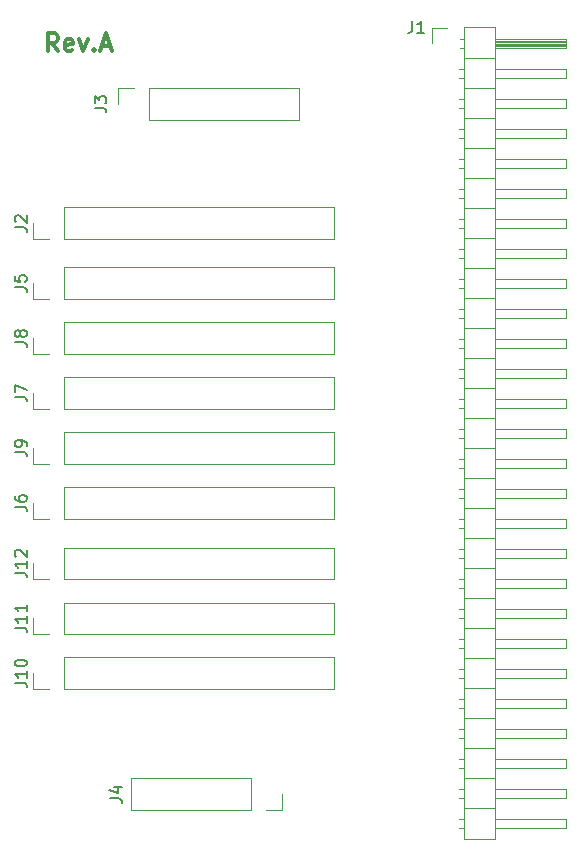
<source format=gto>
%TF.GenerationSoftware,KiCad,Pcbnew,(6.0.7)*%
%TF.CreationDate,2022-11-21T17:26:44-05:00*%
%TF.ProjectId,upper_v3,75707065-725f-4763-932e-6b696361645f,rev?*%
%TF.SameCoordinates,Original*%
%TF.FileFunction,Legend,Top*%
%TF.FilePolarity,Positive*%
%FSLAX46Y46*%
G04 Gerber Fmt 4.6, Leading zero omitted, Abs format (unit mm)*
G04 Created by KiCad (PCBNEW (6.0.7)) date 2022-11-21 17:26:44*
%MOMM*%
%LPD*%
G01*
G04 APERTURE LIST*
%ADD10C,0.300000*%
%ADD11C,0.150000*%
%ADD12C,0.120000*%
G04 APERTURE END LIST*
D10*
X120170000Y-59098571D02*
X119670000Y-58384285D01*
X119312857Y-59098571D02*
X119312857Y-57598571D01*
X119884285Y-57598571D01*
X120027142Y-57670000D01*
X120098571Y-57741428D01*
X120170000Y-57884285D01*
X120170000Y-58098571D01*
X120098571Y-58241428D01*
X120027142Y-58312857D01*
X119884285Y-58384285D01*
X119312857Y-58384285D01*
X121384285Y-59027142D02*
X121241428Y-59098571D01*
X120955714Y-59098571D01*
X120812857Y-59027142D01*
X120741428Y-58884285D01*
X120741428Y-58312857D01*
X120812857Y-58170000D01*
X120955714Y-58098571D01*
X121241428Y-58098571D01*
X121384285Y-58170000D01*
X121455714Y-58312857D01*
X121455714Y-58455714D01*
X120741428Y-58598571D01*
X121955714Y-58098571D02*
X122312857Y-59098571D01*
X122670000Y-58098571D01*
X123241428Y-58955714D02*
X123312857Y-59027142D01*
X123241428Y-59098571D01*
X123170000Y-59027142D01*
X123241428Y-58955714D01*
X123241428Y-59098571D01*
X123884285Y-58670000D02*
X124598571Y-58670000D01*
X123741428Y-59098571D02*
X124241428Y-57598571D01*
X124741428Y-59098571D01*
D11*
%TO.C,J2*%
X116502380Y-73993333D02*
X117216666Y-73993333D01*
X117359523Y-74040952D01*
X117454761Y-74136190D01*
X117502380Y-74279047D01*
X117502380Y-74374285D01*
X116597619Y-73564761D02*
X116550000Y-73517142D01*
X116502380Y-73421904D01*
X116502380Y-73183809D01*
X116550000Y-73088571D01*
X116597619Y-73040952D01*
X116692857Y-72993333D01*
X116788095Y-72993333D01*
X116930952Y-73040952D01*
X117502380Y-73612380D01*
X117502380Y-72993333D01*
%TO.C,J10*%
X116502380Y-112569523D02*
X117216666Y-112569523D01*
X117359523Y-112617142D01*
X117454761Y-112712380D01*
X117502380Y-112855238D01*
X117502380Y-112950476D01*
X117502380Y-111569523D02*
X117502380Y-112140952D01*
X117502380Y-111855238D02*
X116502380Y-111855238D01*
X116645238Y-111950476D01*
X116740476Y-112045714D01*
X116788095Y-112140952D01*
X116502380Y-110950476D02*
X116502380Y-110855238D01*
X116550000Y-110760000D01*
X116597619Y-110712380D01*
X116692857Y-110664761D01*
X116883333Y-110617142D01*
X117121428Y-110617142D01*
X117311904Y-110664761D01*
X117407142Y-110712380D01*
X117454761Y-110760000D01*
X117502380Y-110855238D01*
X117502380Y-110950476D01*
X117454761Y-111045714D01*
X117407142Y-111093333D01*
X117311904Y-111140952D01*
X117121428Y-111188571D01*
X116883333Y-111188571D01*
X116692857Y-111140952D01*
X116597619Y-111093333D01*
X116550000Y-111045714D01*
X116502380Y-110950476D01*
%TO.C,J5*%
X116502380Y-79073333D02*
X117216666Y-79073333D01*
X117359523Y-79120952D01*
X117454761Y-79216190D01*
X117502380Y-79359047D01*
X117502380Y-79454285D01*
X116502380Y-78120952D02*
X116502380Y-78597142D01*
X116978571Y-78644761D01*
X116930952Y-78597142D01*
X116883333Y-78501904D01*
X116883333Y-78263809D01*
X116930952Y-78168571D01*
X116978571Y-78120952D01*
X117073809Y-78073333D01*
X117311904Y-78073333D01*
X117407142Y-78120952D01*
X117454761Y-78168571D01*
X117502380Y-78263809D01*
X117502380Y-78501904D01*
X117454761Y-78597142D01*
X117407142Y-78644761D01*
%TO.C,J11*%
X116502380Y-107919523D02*
X117216666Y-107919523D01*
X117359523Y-107967142D01*
X117454761Y-108062380D01*
X117502380Y-108205238D01*
X117502380Y-108300476D01*
X117502380Y-106919523D02*
X117502380Y-107490952D01*
X117502380Y-107205238D02*
X116502380Y-107205238D01*
X116645238Y-107300476D01*
X116740476Y-107395714D01*
X116788095Y-107490952D01*
X117502380Y-105967142D02*
X117502380Y-106538571D01*
X117502380Y-106252857D02*
X116502380Y-106252857D01*
X116645238Y-106348095D01*
X116740476Y-106443333D01*
X116788095Y-106538571D01*
%TO.C,J3*%
X123257380Y-63908333D02*
X123971666Y-63908333D01*
X124114523Y-63955952D01*
X124209761Y-64051190D01*
X124257380Y-64194047D01*
X124257380Y-64289285D01*
X123257380Y-63527380D02*
X123257380Y-62908333D01*
X123638333Y-63241666D01*
X123638333Y-63098809D01*
X123685952Y-63003571D01*
X123733571Y-62955952D01*
X123828809Y-62908333D01*
X124066904Y-62908333D01*
X124162142Y-62955952D01*
X124209761Y-63003571D01*
X124257380Y-63098809D01*
X124257380Y-63384523D01*
X124209761Y-63479761D01*
X124162142Y-63527380D01*
%TO.C,J7*%
X116502380Y-88373333D02*
X117216666Y-88373333D01*
X117359523Y-88420952D01*
X117454761Y-88516190D01*
X117502380Y-88659047D01*
X117502380Y-88754285D01*
X116502380Y-87992380D02*
X116502380Y-87325714D01*
X117502380Y-87754285D01*
%TO.C,J6*%
X116502380Y-97673333D02*
X117216666Y-97673333D01*
X117359523Y-97720952D01*
X117454761Y-97816190D01*
X117502380Y-97959047D01*
X117502380Y-98054285D01*
X116502380Y-96768571D02*
X116502380Y-96959047D01*
X116550000Y-97054285D01*
X116597619Y-97101904D01*
X116740476Y-97197142D01*
X116930952Y-97244761D01*
X117311904Y-97244761D01*
X117407142Y-97197142D01*
X117454761Y-97149523D01*
X117502380Y-97054285D01*
X117502380Y-96863809D01*
X117454761Y-96768571D01*
X117407142Y-96720952D01*
X117311904Y-96673333D01*
X117073809Y-96673333D01*
X116978571Y-96720952D01*
X116930952Y-96768571D01*
X116883333Y-96863809D01*
X116883333Y-97054285D01*
X116930952Y-97149523D01*
X116978571Y-97197142D01*
X117073809Y-97244761D01*
%TO.C,J1*%
X150166666Y-56552380D02*
X150166666Y-57266666D01*
X150119047Y-57409523D01*
X150023809Y-57504761D01*
X149880952Y-57552380D01*
X149785714Y-57552380D01*
X151166666Y-57552380D02*
X150595238Y-57552380D01*
X150880952Y-57552380D02*
X150880952Y-56552380D01*
X150785714Y-56695238D01*
X150690476Y-56790476D01*
X150595238Y-56838095D01*
%TO.C,J9*%
X116502380Y-93023333D02*
X117216666Y-93023333D01*
X117359523Y-93070952D01*
X117454761Y-93166190D01*
X117502380Y-93309047D01*
X117502380Y-93404285D01*
X117502380Y-92499523D02*
X117502380Y-92309047D01*
X117454761Y-92213809D01*
X117407142Y-92166190D01*
X117264285Y-92070952D01*
X117073809Y-92023333D01*
X116692857Y-92023333D01*
X116597619Y-92070952D01*
X116550000Y-92118571D01*
X116502380Y-92213809D01*
X116502380Y-92404285D01*
X116550000Y-92499523D01*
X116597619Y-92547142D01*
X116692857Y-92594761D01*
X116930952Y-92594761D01*
X117026190Y-92547142D01*
X117073809Y-92499523D01*
X117121428Y-92404285D01*
X117121428Y-92213809D01*
X117073809Y-92118571D01*
X117026190Y-92070952D01*
X116930952Y-92023333D01*
%TO.C,J4*%
X124547380Y-122333333D02*
X125261666Y-122333333D01*
X125404523Y-122380952D01*
X125499761Y-122476190D01*
X125547380Y-122619047D01*
X125547380Y-122714285D01*
X124880714Y-121428571D02*
X125547380Y-121428571D01*
X124499761Y-121666666D02*
X125214047Y-121904761D01*
X125214047Y-121285714D01*
%TO.C,J12*%
X116502380Y-103269523D02*
X117216666Y-103269523D01*
X117359523Y-103317142D01*
X117454761Y-103412380D01*
X117502380Y-103555238D01*
X117502380Y-103650476D01*
X117502380Y-102269523D02*
X117502380Y-102840952D01*
X117502380Y-102555238D02*
X116502380Y-102555238D01*
X116645238Y-102650476D01*
X116740476Y-102745714D01*
X116788095Y-102840952D01*
X116597619Y-101888571D02*
X116550000Y-101840952D01*
X116502380Y-101745714D01*
X116502380Y-101507619D01*
X116550000Y-101412380D01*
X116597619Y-101364761D01*
X116692857Y-101317142D01*
X116788095Y-101317142D01*
X116930952Y-101364761D01*
X117502380Y-101936190D01*
X117502380Y-101317142D01*
%TO.C,J8*%
X116502380Y-83723333D02*
X117216666Y-83723333D01*
X117359523Y-83770952D01*
X117454761Y-83866190D01*
X117502380Y-84009047D01*
X117502380Y-84104285D01*
X116930952Y-83104285D02*
X116883333Y-83199523D01*
X116835714Y-83247142D01*
X116740476Y-83294761D01*
X116692857Y-83294761D01*
X116597619Y-83247142D01*
X116550000Y-83199523D01*
X116502380Y-83104285D01*
X116502380Y-82913809D01*
X116550000Y-82818571D01*
X116597619Y-82770952D01*
X116692857Y-82723333D01*
X116740476Y-82723333D01*
X116835714Y-82770952D01*
X116883333Y-82818571D01*
X116930952Y-82913809D01*
X116930952Y-83104285D01*
X116978571Y-83199523D01*
X117026190Y-83247142D01*
X117121428Y-83294761D01*
X117311904Y-83294761D01*
X117407142Y-83247142D01*
X117454761Y-83199523D01*
X117502380Y-83104285D01*
X117502380Y-82913809D01*
X117454761Y-82818571D01*
X117407142Y-82770952D01*
X117311904Y-82723333D01*
X117121428Y-82723333D01*
X117026190Y-82770952D01*
X116978571Y-82818571D01*
X116930952Y-82913809D01*
D12*
%TO.C,J2*%
X119380000Y-74990000D02*
X118050000Y-74990000D01*
X120650000Y-74990000D02*
X120650000Y-72330000D01*
X120650000Y-72330000D02*
X143570000Y-72330000D01*
X143570000Y-74990000D02*
X143570000Y-72330000D01*
X118050000Y-74990000D02*
X118050000Y-73660000D01*
X120650000Y-74990000D02*
X143570000Y-74990000D01*
%TO.C,J10*%
X143570000Y-113090000D02*
X143570000Y-110430000D01*
X118050000Y-113090000D02*
X118050000Y-111760000D01*
X120650000Y-113090000D02*
X143570000Y-113090000D01*
X120650000Y-113090000D02*
X120650000Y-110430000D01*
X119380000Y-113090000D02*
X118050000Y-113090000D01*
X120650000Y-110430000D02*
X143570000Y-110430000D01*
%TO.C,J5*%
X120650000Y-80070000D02*
X143570000Y-80070000D01*
X118050000Y-80070000D02*
X118050000Y-78740000D01*
X120650000Y-80070000D02*
X120650000Y-77410000D01*
X143570000Y-80070000D02*
X143570000Y-77410000D01*
X119380000Y-80070000D02*
X118050000Y-80070000D01*
X120650000Y-77410000D02*
X143570000Y-77410000D01*
%TO.C,J11*%
X120650000Y-108440000D02*
X143570000Y-108440000D01*
X120650000Y-108440000D02*
X120650000Y-105780000D01*
X120650000Y-105780000D02*
X143570000Y-105780000D01*
X143570000Y-108440000D02*
X143570000Y-105780000D01*
X119380000Y-108440000D02*
X118050000Y-108440000D01*
X118050000Y-108440000D02*
X118050000Y-107110000D01*
%TO.C,J3*%
X125245000Y-63575000D02*
X125245000Y-62245000D01*
X140605000Y-64905000D02*
X140605000Y-62245000D01*
X127845000Y-64905000D02*
X140605000Y-64905000D01*
X127845000Y-64905000D02*
X127845000Y-62245000D01*
X127845000Y-62245000D02*
X140605000Y-62245000D01*
X125245000Y-62245000D02*
X126575000Y-62245000D01*
%TO.C,J7*%
X143570000Y-89370000D02*
X143570000Y-86710000D01*
X120650000Y-89370000D02*
X143570000Y-89370000D01*
X120650000Y-86710000D02*
X143570000Y-86710000D01*
X120650000Y-89370000D02*
X120650000Y-86710000D01*
X118050000Y-89370000D02*
X118050000Y-88040000D01*
X119380000Y-89370000D02*
X118050000Y-89370000D01*
%TO.C,J6*%
X119380000Y-98670000D02*
X118050000Y-98670000D01*
X118050000Y-98670000D02*
X118050000Y-97340000D01*
X143570000Y-98670000D02*
X143570000Y-96010000D01*
X120650000Y-98670000D02*
X143570000Y-98670000D01*
X120650000Y-96010000D02*
X143570000Y-96010000D01*
X120650000Y-98670000D02*
X120650000Y-96010000D01*
%TO.C,J1*%
X157205000Y-83435000D02*
X163205000Y-83435000D01*
X154545000Y-105405000D02*
X157205000Y-105405000D01*
X163205000Y-66415000D02*
X157205000Y-66415000D01*
X157205000Y-124075000D02*
X163205000Y-124075000D01*
X154147929Y-81655000D02*
X154545000Y-81655000D01*
X154545000Y-69845000D02*
X157205000Y-69845000D01*
X154147929Y-73275000D02*
X154545000Y-73275000D01*
X154147929Y-116455000D02*
X154545000Y-116455000D01*
X151835000Y-57145000D02*
X153105000Y-57145000D01*
X163205000Y-124835000D02*
X157205000Y-124835000D01*
X163205000Y-73275000D02*
X163205000Y-74035000D01*
X157205000Y-58095000D02*
X163205000Y-58095000D01*
X154545000Y-115565000D02*
X157205000Y-115565000D01*
X157205000Y-118995000D02*
X163205000Y-118995000D01*
X154545000Y-92705000D02*
X157205000Y-92705000D01*
X163205000Y-117215000D02*
X157205000Y-117215000D01*
X154545000Y-100325000D02*
X157205000Y-100325000D01*
X154147929Y-80895000D02*
X154545000Y-80895000D01*
X154147929Y-70735000D02*
X154545000Y-70735000D01*
X163205000Y-91815000D02*
X157205000Y-91815000D01*
X151835000Y-58415000D02*
X151835000Y-57145000D01*
X163205000Y-104515000D02*
X157205000Y-104515000D01*
X163205000Y-116455000D02*
X163205000Y-117215000D01*
X163205000Y-84195000D02*
X157205000Y-84195000D01*
X157205000Y-58455000D02*
X163205000Y-58455000D01*
X154147929Y-101975000D02*
X154545000Y-101975000D01*
X157205000Y-68195000D02*
X163205000Y-68195000D01*
X163205000Y-111375000D02*
X163205000Y-112135000D01*
X154147929Y-108835000D02*
X154545000Y-108835000D01*
X154545000Y-59685000D02*
X157205000Y-59685000D01*
X163205000Y-63115000D02*
X163205000Y-63875000D01*
X163205000Y-124075000D02*
X163205000Y-124835000D01*
X163205000Y-103755000D02*
X163205000Y-104515000D01*
X157205000Y-58215000D02*
X163205000Y-58215000D01*
X154545000Y-80005000D02*
X157205000Y-80005000D01*
X154147929Y-66415000D02*
X154545000Y-66415000D01*
X154545000Y-120645000D02*
X157205000Y-120645000D01*
X154147929Y-114675000D02*
X154545000Y-114675000D01*
X163205000Y-58035000D02*
X163205000Y-58795000D01*
X163205000Y-96135000D02*
X163205000Y-96895000D01*
X163205000Y-93595000D02*
X163205000Y-94355000D01*
X163205000Y-109595000D02*
X157205000Y-109595000D01*
X154147929Y-61335000D02*
X154545000Y-61335000D01*
X154147929Y-75815000D02*
X154545000Y-75815000D01*
X163205000Y-80895000D02*
X163205000Y-81655000D01*
X163205000Y-68955000D02*
X157205000Y-68955000D01*
X163205000Y-106295000D02*
X163205000Y-107055000D01*
X157205000Y-60575000D02*
X163205000Y-60575000D01*
X157205000Y-58575000D02*
X163205000Y-58575000D01*
X157205000Y-111375000D02*
X163205000Y-111375000D01*
X154147929Y-76575000D02*
X154545000Y-76575000D01*
X154147929Y-124835000D02*
X154545000Y-124835000D01*
X163205000Y-118995000D02*
X163205000Y-119755000D01*
X163205000Y-68195000D02*
X163205000Y-68955000D01*
X157205000Y-70735000D02*
X163205000Y-70735000D01*
X154147929Y-98675000D02*
X154545000Y-98675000D01*
X163205000Y-121535000D02*
X163205000Y-122295000D01*
X163205000Y-74035000D02*
X157205000Y-74035000D01*
X157205000Y-78355000D02*
X163205000Y-78355000D01*
X163205000Y-94355000D02*
X157205000Y-94355000D01*
X154147929Y-63115000D02*
X154545000Y-63115000D01*
X154545000Y-57085000D02*
X154545000Y-125785000D01*
X154545000Y-123185000D02*
X157205000Y-123185000D01*
X157205000Y-58335000D02*
X163205000Y-58335000D01*
X154147929Y-74035000D02*
X154545000Y-74035000D01*
X157205000Y-121535000D02*
X163205000Y-121535000D01*
X154147929Y-68195000D02*
X154545000Y-68195000D01*
X163205000Y-71495000D02*
X157205000Y-71495000D01*
X154147929Y-119755000D02*
X154545000Y-119755000D01*
X157205000Y-58035000D02*
X163205000Y-58035000D01*
X154147929Y-106295000D02*
X154545000Y-106295000D01*
X157205000Y-75815000D02*
X163205000Y-75815000D01*
X154147929Y-101215000D02*
X154545000Y-101215000D01*
X163205000Y-61335000D02*
X157205000Y-61335000D01*
X154147929Y-83435000D02*
X154545000Y-83435000D01*
X154147929Y-124075000D02*
X154545000Y-124075000D01*
X154147929Y-79115000D02*
X154545000Y-79115000D01*
X154147929Y-103755000D02*
X154545000Y-103755000D01*
X157205000Y-125785000D02*
X157205000Y-57085000D01*
X154545000Y-72385000D02*
X157205000Y-72385000D01*
X157205000Y-93595000D02*
X163205000Y-93595000D01*
X163205000Y-101215000D02*
X163205000Y-101975000D01*
X163205000Y-83435000D02*
X163205000Y-84195000D01*
X154215000Y-58795000D02*
X154545000Y-58795000D01*
X154147929Y-78355000D02*
X154545000Y-78355000D01*
X163205000Y-119755000D02*
X157205000Y-119755000D01*
X154147929Y-122295000D02*
X154545000Y-122295000D01*
X154147929Y-117215000D02*
X154545000Y-117215000D01*
X154147929Y-93595000D02*
X154545000Y-93595000D01*
X163205000Y-81655000D02*
X157205000Y-81655000D01*
X157205000Y-116455000D02*
X163205000Y-116455000D01*
X157205000Y-63115000D02*
X163205000Y-63115000D01*
X163205000Y-75815000D02*
X163205000Y-76575000D01*
X157205000Y-101215000D02*
X163205000Y-101215000D01*
X163205000Y-114675000D02*
X157205000Y-114675000D01*
X154545000Y-74925000D02*
X157205000Y-74925000D01*
X157205000Y-58695000D02*
X163205000Y-58695000D01*
X154545000Y-95245000D02*
X157205000Y-95245000D01*
X154147929Y-96895000D02*
X154545000Y-96895000D01*
X154545000Y-82545000D02*
X157205000Y-82545000D01*
X163205000Y-85975000D02*
X163205000Y-86735000D01*
X163205000Y-88515000D02*
X163205000Y-89275000D01*
X157205000Y-73275000D02*
X163205000Y-73275000D01*
X163205000Y-98675000D02*
X163205000Y-99435000D01*
X157205000Y-106295000D02*
X163205000Y-106295000D01*
X154147929Y-85975000D02*
X154545000Y-85975000D01*
X154147929Y-71495000D02*
X154545000Y-71495000D01*
X157205000Y-85975000D02*
X163205000Y-85975000D01*
X154545000Y-62225000D02*
X157205000Y-62225000D01*
X163205000Y-122295000D02*
X157205000Y-122295000D01*
X163205000Y-101975000D02*
X157205000Y-101975000D01*
X163205000Y-112135000D02*
X157205000Y-112135000D01*
X154147929Y-113915000D02*
X154545000Y-113915000D01*
X163205000Y-76575000D02*
X157205000Y-76575000D01*
X154147929Y-63875000D02*
X154545000Y-63875000D01*
X154545000Y-64765000D02*
X157205000Y-64765000D01*
X163205000Y-63875000D02*
X157205000Y-63875000D01*
X157205000Y-80895000D02*
X163205000Y-80895000D01*
X154147929Y-121535000D02*
X154545000Y-121535000D01*
X154147929Y-84195000D02*
X154545000Y-84195000D01*
X157205000Y-91055000D02*
X163205000Y-91055000D01*
X163205000Y-60575000D02*
X163205000Y-61335000D01*
X157205000Y-65655000D02*
X163205000Y-65655000D01*
X154215000Y-58035000D02*
X154545000Y-58035000D01*
X154545000Y-67305000D02*
X157205000Y-67305000D01*
X163205000Y-107055000D02*
X157205000Y-107055000D01*
X163205000Y-70735000D02*
X163205000Y-71495000D01*
X163205000Y-91055000D02*
X163205000Y-91815000D01*
X163205000Y-79115000D02*
X157205000Y-79115000D01*
X154147929Y-88515000D02*
X154545000Y-88515000D01*
X163205000Y-108835000D02*
X163205000Y-109595000D01*
X154147929Y-86735000D02*
X154545000Y-86735000D01*
X154545000Y-97785000D02*
X157205000Y-97785000D01*
X157205000Y-57085000D02*
X154545000Y-57085000D01*
X154545000Y-113025000D02*
X157205000Y-113025000D01*
X163205000Y-78355000D02*
X163205000Y-79115000D01*
X154147929Y-104515000D02*
X154545000Y-104515000D01*
X154147929Y-68955000D02*
X154545000Y-68955000D01*
X157205000Y-103755000D02*
X163205000Y-103755000D01*
X154147929Y-118995000D02*
X154545000Y-118995000D01*
X157205000Y-88515000D02*
X163205000Y-88515000D01*
X154147929Y-99435000D02*
X154545000Y-99435000D01*
X154147929Y-89275000D02*
X154545000Y-89275000D01*
X163205000Y-99435000D02*
X157205000Y-99435000D01*
X154147929Y-94355000D02*
X154545000Y-94355000D01*
X154545000Y-118105000D02*
X157205000Y-118105000D01*
X154147929Y-107055000D02*
X154545000Y-107055000D01*
X154147929Y-109595000D02*
X154545000Y-109595000D01*
X157205000Y-108835000D02*
X163205000Y-108835000D01*
X163205000Y-113915000D02*
X163205000Y-114675000D01*
X163205000Y-89275000D02*
X157205000Y-89275000D01*
X154147929Y-96135000D02*
X154545000Y-96135000D01*
X154545000Y-77465000D02*
X157205000Y-77465000D01*
X163205000Y-65655000D02*
X163205000Y-66415000D01*
X154147929Y-65655000D02*
X154545000Y-65655000D01*
X154545000Y-102865000D02*
X157205000Y-102865000D01*
X154545000Y-85085000D02*
X157205000Y-85085000D01*
X157205000Y-96135000D02*
X163205000Y-96135000D01*
X163205000Y-86735000D02*
X157205000Y-86735000D01*
X154147929Y-91815000D02*
X154545000Y-91815000D01*
X163205000Y-58795000D02*
X157205000Y-58795000D01*
X154147929Y-60575000D02*
X154545000Y-60575000D01*
X154545000Y-87625000D02*
X157205000Y-87625000D01*
X154545000Y-90165000D02*
X157205000Y-90165000D01*
X154147929Y-112135000D02*
X154545000Y-112135000D01*
X154545000Y-125785000D02*
X157205000Y-125785000D01*
X157205000Y-98675000D02*
X163205000Y-98675000D01*
X154545000Y-107945000D02*
X157205000Y-107945000D01*
X154545000Y-110485000D02*
X157205000Y-110485000D01*
X163205000Y-96895000D02*
X157205000Y-96895000D01*
X154147929Y-111375000D02*
X154545000Y-111375000D01*
X157205000Y-113915000D02*
X163205000Y-113915000D01*
X154147929Y-91055000D02*
X154545000Y-91055000D01*
%TO.C,J9*%
X120650000Y-94020000D02*
X143570000Y-94020000D01*
X118050000Y-94020000D02*
X118050000Y-92690000D01*
X143570000Y-94020000D02*
X143570000Y-91360000D01*
X120650000Y-91360000D02*
X143570000Y-91360000D01*
X120650000Y-94020000D02*
X120650000Y-91360000D01*
X119380000Y-94020000D02*
X118050000Y-94020000D01*
%TO.C,J4*%
X136530000Y-120670000D02*
X126310000Y-120670000D01*
X136530000Y-120670000D02*
X136530000Y-123330000D01*
X139130000Y-123330000D02*
X137800000Y-123330000D01*
X126310000Y-120670000D02*
X126310000Y-123330000D01*
X136530000Y-123330000D02*
X126310000Y-123330000D01*
X139130000Y-122000000D02*
X139130000Y-123330000D01*
%TO.C,J12*%
X143570000Y-103790000D02*
X143570000Y-101130000D01*
X118050000Y-103790000D02*
X118050000Y-102460000D01*
X120650000Y-103790000D02*
X120650000Y-101130000D01*
X119380000Y-103790000D02*
X118050000Y-103790000D01*
X120650000Y-103790000D02*
X143570000Y-103790000D01*
X120650000Y-101130000D02*
X143570000Y-101130000D01*
%TO.C,J8*%
X120650000Y-82060000D02*
X143570000Y-82060000D01*
X119380000Y-84720000D02*
X118050000Y-84720000D01*
X118050000Y-84720000D02*
X118050000Y-83390000D01*
X120650000Y-84720000D02*
X120650000Y-82060000D01*
X120650000Y-84720000D02*
X143570000Y-84720000D01*
X143570000Y-84720000D02*
X143570000Y-82060000D01*
%TD*%
M02*

</source>
